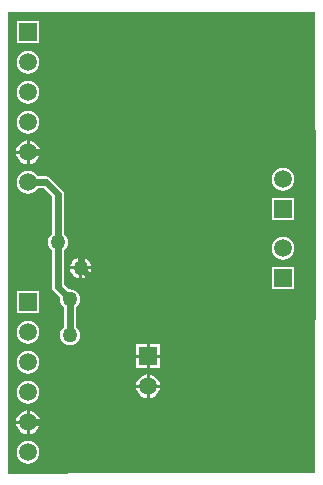
<source format=gbl>
%FSLAX25Y25*%
%MOIN*%
G70*
G01*
G75*
G04 Layer_Physical_Order=2*
G04 Layer_Color=16711680*
%ADD10R,0.03543X0.03150*%
%ADD11R,0.02756X0.03543*%
%ADD12R,0.05512X0.01772*%
%ADD13C,0.02362*%
%ADD14C,0.01575*%
%ADD15C,0.01181*%
%ADD16C,0.00394*%
%ADD17C,0.05906*%
%ADD18R,0.05906X0.05906*%
%ADD19C,0.05000*%
G36*
X200787Y118110D02*
X118110D01*
X118110Y118110D01*
X118110Y118110D01*
X98425D01*
Y271654D01*
X200787D01*
Y118110D01*
D02*
G37*
%LPC*%
G36*
X105000Y158772D02*
X104024Y158644D01*
X103114Y158267D01*
X102332Y157668D01*
X101733Y156886D01*
X101356Y155976D01*
X101228Y155000D01*
X101356Y154024D01*
X101733Y153114D01*
X102332Y152332D01*
X103114Y151733D01*
X104024Y151356D01*
X105000Y151228D01*
X105976Y151356D01*
X106886Y151733D01*
X107668Y152332D01*
X108267Y153114D01*
X108644Y154024D01*
X108772Y155000D01*
X108644Y155976D01*
X108267Y156886D01*
X107668Y157668D01*
X106886Y158267D01*
X105976Y158644D01*
X105000Y158772D01*
D02*
G37*
G36*
X144500Y156500D02*
X141047D01*
Y153047D01*
X144500D01*
Y156500D01*
D02*
G37*
G36*
Y150921D02*
X143968Y150851D01*
X143007Y150453D01*
X142181Y149819D01*
X141547Y148993D01*
X141149Y148032D01*
X141079Y147500D01*
X144500D01*
Y150921D01*
D02*
G37*
G36*
X145500D02*
Y147500D01*
X148921D01*
X148851Y148032D01*
X148453Y148993D01*
X147819Y149819D01*
X146993Y150453D01*
X146032Y150851D01*
X145500Y150921D01*
D02*
G37*
G36*
X148953Y160953D02*
X145500D01*
Y157500D01*
X148953D01*
Y160953D01*
D02*
G37*
G36*
X105000Y218772D02*
X104024Y218644D01*
X103114Y218267D01*
X102332Y217668D01*
X101733Y216886D01*
X101356Y215976D01*
X101228Y215000D01*
X101356Y214024D01*
X101733Y213114D01*
X102332Y212333D01*
X103114Y211733D01*
X104024Y211356D01*
X105000Y211228D01*
X105976Y211356D01*
X106886Y211733D01*
X107668Y212333D01*
X108174Y212993D01*
X110169D01*
X112993Y210169D01*
Y197604D01*
X112655Y197345D01*
X112128Y196658D01*
X111797Y195858D01*
X111684Y195000D01*
X111797Y194142D01*
X112128Y193342D01*
X112655Y192655D01*
X112993Y192396D01*
Y180000D01*
X113146Y179232D01*
X113581Y178581D01*
X115740Y176422D01*
X115684Y176000D01*
X115797Y175142D01*
X116129Y174342D01*
X116655Y173655D01*
X116993Y173396D01*
Y166604D01*
X116655Y166345D01*
X116129Y165658D01*
X115797Y164858D01*
X115684Y164000D01*
X115797Y163142D01*
X116129Y162342D01*
X116655Y161655D01*
X117342Y161128D01*
X118142Y160797D01*
X119000Y160684D01*
X119858Y160797D01*
X120658Y161128D01*
X121345Y161655D01*
X121871Y162342D01*
X122203Y163142D01*
X122316Y164000D01*
X122203Y164858D01*
X121871Y165658D01*
X121345Y166345D01*
X121007Y166604D01*
Y173396D01*
X121345Y173655D01*
X121871Y174342D01*
X122203Y175142D01*
X122316Y176000D01*
X122203Y176858D01*
X121871Y177658D01*
X121345Y178345D01*
X120658Y178872D01*
X119858Y179203D01*
X119000Y179316D01*
X118578Y179260D01*
X117007Y180831D01*
Y192396D01*
X117345Y192655D01*
X117871Y193342D01*
X118203Y194142D01*
X118316Y195000D01*
X118203Y195858D01*
X117871Y196658D01*
X117345Y197345D01*
X117007Y197604D01*
Y211000D01*
X116880Y211641D01*
X116854Y211768D01*
X116419Y212419D01*
X112419Y216419D01*
X111768Y216854D01*
X111000Y217007D01*
X108174D01*
X107668Y217668D01*
X106886Y218267D01*
X105976Y218644D01*
X105000Y218772D01*
D02*
G37*
G36*
X148953Y156500D02*
X145500D01*
Y153047D01*
X148953D01*
Y156500D01*
D02*
G37*
G36*
X144500Y160953D02*
X141047D01*
Y157500D01*
X144500D01*
Y160953D01*
D02*
G37*
G36*
X108921Y134500D02*
X105500D01*
Y131079D01*
X106032Y131149D01*
X106993Y131547D01*
X107819Y132181D01*
X108453Y133007D01*
X108851Y133968D01*
X108921Y134500D01*
D02*
G37*
G36*
X104500Y138921D02*
X103968Y138851D01*
X103007Y138453D01*
X102181Y137819D01*
X101547Y136993D01*
X101149Y136032D01*
X101079Y135500D01*
X104500D01*
Y138921D01*
D02*
G37*
G36*
X105000Y128772D02*
X104024Y128644D01*
X103114Y128267D01*
X102332Y127667D01*
X101733Y126886D01*
X101356Y125976D01*
X101228Y125000D01*
X101356Y124024D01*
X101733Y123114D01*
X102332Y122333D01*
X103114Y121733D01*
X104024Y121356D01*
X105000Y121228D01*
X105976Y121356D01*
X106886Y121733D01*
X107668Y122333D01*
X108267Y123114D01*
X108644Y124024D01*
X108772Y125000D01*
X108644Y125976D01*
X108267Y126886D01*
X107668Y127667D01*
X106886Y128267D01*
X105976Y128644D01*
X105000Y128772D01*
D02*
G37*
G36*
X104500Y134500D02*
X101079D01*
X101149Y133968D01*
X101547Y133007D01*
X102181Y132181D01*
X103007Y131547D01*
X103968Y131149D01*
X104500Y131079D01*
Y134500D01*
D02*
G37*
G36*
X144500Y146500D02*
X141079D01*
X141149Y145968D01*
X141547Y145007D01*
X142181Y144181D01*
X143007Y143547D01*
X143968Y143149D01*
X144500Y143079D01*
Y146500D01*
D02*
G37*
G36*
X148921D02*
X145500D01*
Y143079D01*
X146032Y143149D01*
X146993Y143547D01*
X147819Y144181D01*
X148453Y145007D01*
X148851Y145968D01*
X148921Y146500D01*
D02*
G37*
G36*
X105500Y138921D02*
Y135500D01*
X108921D01*
X108851Y136032D01*
X108453Y136993D01*
X107819Y137819D01*
X106993Y138453D01*
X106032Y138851D01*
X105500Y138921D01*
D02*
G37*
G36*
X105000Y148772D02*
X104024Y148644D01*
X103114Y148267D01*
X102332Y147668D01*
X101733Y146886D01*
X101356Y145976D01*
X101228Y145000D01*
X101356Y144024D01*
X101733Y143114D01*
X102332Y142332D01*
X103114Y141733D01*
X104024Y141356D01*
X105000Y141228D01*
X105976Y141356D01*
X106886Y141733D01*
X107668Y142332D01*
X108267Y143114D01*
X108644Y144024D01*
X108772Y145000D01*
X108644Y145976D01*
X108267Y146886D01*
X107668Y147668D01*
X106886Y148267D01*
X105976Y148644D01*
X105000Y148772D01*
D02*
G37*
G36*
Y168772D02*
X104024Y168644D01*
X103114Y168267D01*
X102332Y167667D01*
X101733Y166886D01*
X101356Y165976D01*
X101228Y165000D01*
X101356Y164024D01*
X101733Y163114D01*
X102332Y162332D01*
X103114Y161733D01*
X104024Y161356D01*
X105000Y161228D01*
X105976Y161356D01*
X106886Y161733D01*
X107668Y162332D01*
X108267Y163114D01*
X108644Y164024D01*
X108772Y165000D01*
X108644Y165976D01*
X108267Y166886D01*
X107668Y167667D01*
X106886Y168267D01*
X105976Y168644D01*
X105000Y168772D01*
D02*
G37*
G36*
X104500Y228921D02*
X103968Y228851D01*
X103007Y228453D01*
X102181Y227819D01*
X101547Y226993D01*
X101149Y226032D01*
X101079Y225500D01*
X104500D01*
Y228921D01*
D02*
G37*
G36*
X105500D02*
Y225500D01*
X108921D01*
X108851Y226032D01*
X108453Y226993D01*
X107819Y227819D01*
X106993Y228453D01*
X106032Y228851D01*
X105500Y228921D01*
D02*
G37*
G36*
X104500Y224500D02*
X101079D01*
X101149Y223968D01*
X101547Y223007D01*
X102181Y222181D01*
X103007Y221547D01*
X103968Y221149D01*
X104500Y221079D01*
Y224500D01*
D02*
G37*
G36*
X108921D02*
X105500D01*
Y221079D01*
X106032Y221149D01*
X106993Y221547D01*
X107819Y222181D01*
X108453Y223007D01*
X108851Y223968D01*
X108921Y224500D01*
D02*
G37*
G36*
X105000Y258772D02*
X104024Y258644D01*
X103114Y258267D01*
X102332Y257667D01*
X101733Y256886D01*
X101356Y255976D01*
X101228Y255000D01*
X101356Y254024D01*
X101733Y253114D01*
X102332Y252332D01*
X103114Y251733D01*
X104024Y251356D01*
X105000Y251228D01*
X105976Y251356D01*
X106886Y251733D01*
X107668Y252332D01*
X108267Y253114D01*
X108644Y254024D01*
X108772Y255000D01*
X108644Y255976D01*
X108267Y256886D01*
X107668Y257667D01*
X106886Y258267D01*
X105976Y258644D01*
X105000Y258772D01*
D02*
G37*
G36*
X108740Y268740D02*
X101260D01*
Y261260D01*
X108740D01*
Y268740D01*
D02*
G37*
G36*
X105000Y238772D02*
X104024Y238644D01*
X103114Y238267D01*
X102332Y237667D01*
X101733Y236886D01*
X101356Y235976D01*
X101228Y235000D01*
X101356Y234024D01*
X101733Y233114D01*
X102332Y232332D01*
X103114Y231733D01*
X104024Y231356D01*
X105000Y231228D01*
X105976Y231356D01*
X106886Y231733D01*
X107668Y232332D01*
X108267Y233114D01*
X108644Y234024D01*
X108772Y235000D01*
X108644Y235976D01*
X108267Y236886D01*
X107668Y237667D01*
X106886Y238267D01*
X105976Y238644D01*
X105000Y238772D01*
D02*
G37*
G36*
Y248772D02*
X104024Y248644D01*
X103114Y248267D01*
X102332Y247668D01*
X101733Y246886D01*
X101356Y245976D01*
X101228Y245000D01*
X101356Y244024D01*
X101733Y243114D01*
X102332Y242333D01*
X103114Y241733D01*
X104024Y241356D01*
X105000Y241228D01*
X105976Y241356D01*
X106886Y241733D01*
X107668Y242333D01*
X108267Y243114D01*
X108644Y244024D01*
X108772Y245000D01*
X108644Y245976D01*
X108267Y246886D01*
X107668Y247668D01*
X106886Y248267D01*
X105976Y248644D01*
X105000Y248772D01*
D02*
G37*
G36*
X190000Y219772D02*
X189024Y219644D01*
X188114Y219267D01*
X187332Y218668D01*
X186733Y217886D01*
X186356Y216976D01*
X186228Y216000D01*
X186356Y215024D01*
X186733Y214114D01*
X187332Y213333D01*
X188114Y212733D01*
X189024Y212356D01*
X190000Y212228D01*
X190976Y212356D01*
X191886Y212733D01*
X192667Y213333D01*
X193267Y214114D01*
X193644Y215024D01*
X193772Y216000D01*
X193644Y216976D01*
X193267Y217886D01*
X192667Y218668D01*
X191886Y219267D01*
X190976Y219644D01*
X190000Y219772D01*
D02*
G37*
G36*
X122059Y185941D02*
X119095D01*
X119149Y185527D01*
X119502Y184676D01*
X120063Y183945D01*
X120794Y183384D01*
X121645Y183031D01*
X122059Y182977D01*
Y185941D01*
D02*
G37*
G36*
X126023D02*
X123059D01*
Y182977D01*
X123473Y183031D01*
X124324Y183384D01*
X125055Y183945D01*
X125616Y184676D01*
X125969Y185527D01*
X126023Y185941D01*
D02*
G37*
G36*
X108740Y178740D02*
X101260D01*
Y171260D01*
X108740D01*
Y178740D01*
D02*
G37*
G36*
X193740Y186740D02*
X186260D01*
Y179260D01*
X193740D01*
Y186740D01*
D02*
G37*
G36*
X190000Y196772D02*
X189024Y196644D01*
X188114Y196267D01*
X187332Y195668D01*
X186733Y194886D01*
X186356Y193976D01*
X186228Y193000D01*
X186356Y192024D01*
X186733Y191114D01*
X187332Y190332D01*
X188114Y189733D01*
X189024Y189356D01*
X190000Y189228D01*
X190976Y189356D01*
X191886Y189733D01*
X192667Y190332D01*
X193267Y191114D01*
X193644Y192024D01*
X193772Y193000D01*
X193644Y193976D01*
X193267Y194886D01*
X192667Y195668D01*
X191886Y196267D01*
X190976Y196644D01*
X190000Y196772D01*
D02*
G37*
G36*
X193740Y209740D02*
X186260D01*
Y202260D01*
X193740D01*
Y209740D01*
D02*
G37*
G36*
X122059Y189905D02*
X121645Y189851D01*
X120794Y189498D01*
X120063Y188937D01*
X119502Y188206D01*
X119149Y187355D01*
X119095Y186941D01*
X122059D01*
Y189905D01*
D02*
G37*
G36*
X123059D02*
Y186941D01*
X126023D01*
X125969Y187355D01*
X125616Y188206D01*
X125055Y188937D01*
X124324Y189498D01*
X123473Y189851D01*
X123059Y189905D01*
D02*
G37*
%LPD*%
D13*
X115000Y180000D02*
X119000Y176000D01*
X115000Y180000D02*
Y195000D01*
X119000Y164000D02*
Y176000D01*
X115000Y195000D02*
Y211000D01*
X111000Y215000D02*
X115000Y211000D01*
X105000Y215000D02*
X111000D01*
X122559Y186441D02*
Y217441D01*
X115000Y225000D02*
X122559Y217441D01*
X105000Y225000D02*
X115000D01*
X122559Y186441D02*
X126000Y183000D01*
Y149000D02*
Y183000D01*
X112000Y135000D02*
X126000Y149000D01*
X105000Y135000D02*
X112000D01*
D16*
X98425Y118110D02*
Y271654D01*
Y118110D02*
X118110D01*
X137795Y137795D01*
X153543D01*
X177165Y161417D01*
X192913D01*
X200787Y169291D01*
Y232283D01*
X192913Y240158D02*
X200787Y232283D01*
X157480Y240158D02*
X192913D01*
X125984Y271654D02*
X157480Y240158D01*
X98425Y271654D02*
X125984D01*
D17*
X145000Y147000D02*
D03*
X190000Y216000D02*
D03*
X105000Y125000D02*
D03*
Y135000D02*
D03*
Y145000D02*
D03*
Y155000D02*
D03*
X190000Y193000D02*
D03*
X105000Y215000D02*
D03*
Y225000D02*
D03*
Y235000D02*
D03*
Y245000D02*
D03*
Y255000D02*
D03*
Y165000D02*
D03*
D18*
X145000Y157000D02*
D03*
X190000Y206000D02*
D03*
Y183000D02*
D03*
X105000Y265000D02*
D03*
Y175000D02*
D03*
D19*
X119000Y164000D02*
D03*
Y176000D02*
D03*
X115000Y195000D02*
D03*
X122559Y186441D02*
D03*
M02*

</source>
